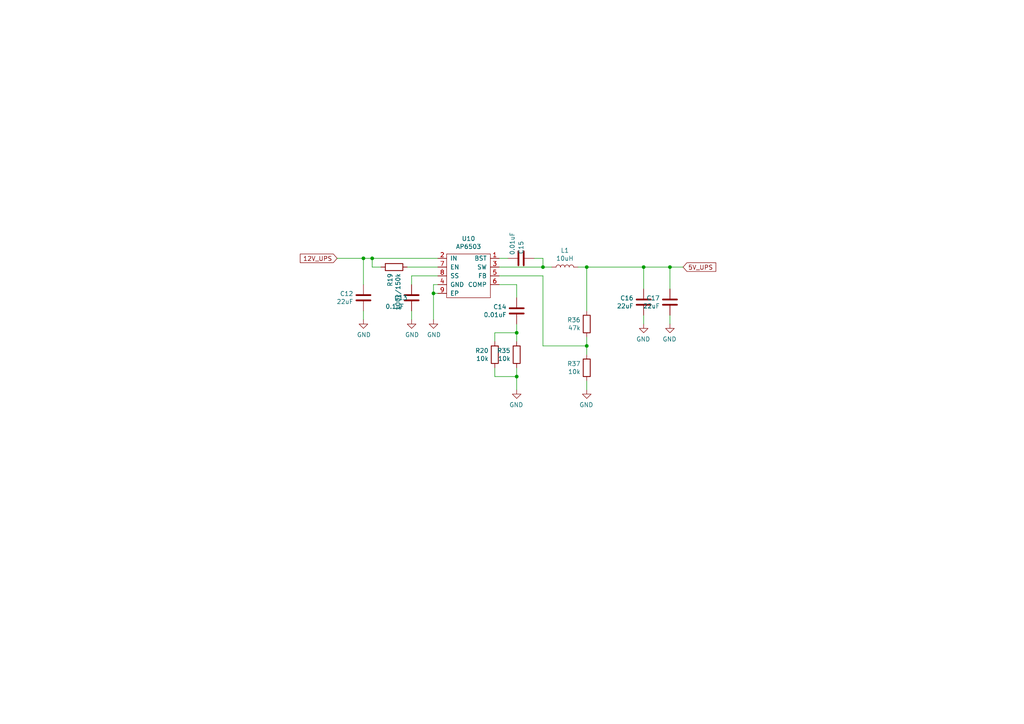
<source format=kicad_sch>
(kicad_sch (version 20211123) (generator eeschema)
  (paper "A4")
  (lib_symbols
    (symbol "Device:C" (pin_numbers hide) (pin_names (offset 0.254))
      (property "Reference" "C" (at 0.635 2.54 0))
      (property "Value" "C" (at 0.635 -2.54 0))
      (symbol "C_0_1"
        (polyline (pts (xy -2.032 -0.762) (xy 2.032 -0.762)) (stroke (width 0.508)))
        (polyline (pts (xy -2.032 0.762) (xy 2.032 0.762)) (stroke (width 0.508)))
      )
      (symbol "C_1_1"
        (pin passive line (at 0 3.81 270) (length 2.794) (name "~") (number "1"))
        (pin passive line (at 0 -3.81 90) (length 2.794) (name "~") (number "2"))
      )
    )
    (symbol "Device:L" (pin_numbers hide) (pin_names (offset 1.016) hide)
      (property "Reference" "L" (at -1.27 0 90))
      (property "Value" "L" (at 1.905 0 90))
      (symbol "L_0_1"
        (arc (start 0 -2.54) (mid 0.635 -1.905) (end 0 -1.27))
        (arc (start 0 -1.27) (mid 0.635 -0.635) (end 0 0))
        (arc (start 0 0) (mid 0.635 0.635) (end 0 1.27))
        (arc (start 0 1.27) (mid 0.635 1.905) (end 0 2.54))
      )
      (symbol "L_1_1"
        (pin passive line (at 0 3.81 270) (length 1.27) (name "1") (number "1"))
        (pin passive line (at 0 -3.81 90) (length 1.27) (name "2") (number "2"))
      )
    )
    (symbol "Device:R" (pin_numbers hide) (pin_names (offset 0))
      (property "Reference" "R" (at 2.032 0 90))
      (property "Value" "R" (at 0 0 90))
      (symbol "R_0_1"
        (rectangle (start -1.016 -2.54) (end 1.016 2.54) (stroke (width 0.254)))
      )
      (symbol "R_1_1"
        (pin passive line (at 0 3.81 270) (length 1.27) (name "~") (number "1"))
        (pin passive line (at 0 -3.81 90) (length 1.27) (name "~") (number "2"))
      )
    )
    (symbol "Ninja-qPCR:AP6503" (pin_names (offset 1.016))
      (property "Reference" "U" (at 0 6.35 0))
      (property "Value" "Ninja-qPCR_AP6503" (at 0 -8.89 0))
      (symbol "AP6503_0_1"
        (rectangle (start -6.35 5.08) (end 6.35 -7.62))
      )
      (symbol "AP6503_1_1"
        (pin input line (at 8.89 3.81 180) (length 2.54) (name "BST") (number "1"))
        (pin input line (at -8.89 3.81 0) (length 2.54) (name "IN") (number "2"))
        (pin input line (at 8.89 1.27 180) (length 2.54) (name "SW") (number "3"))
        (pin input line (at -8.89 -3.81 0) (length 2.54) (name "GND") (number "4"))
        (pin input line (at 8.89 -1.27 180) (length 2.54) (name "FB") (number "5"))
        (pin input line (at 8.89 -3.81 180) (length 2.54) (name "COMP") (number "6"))
        (pin input line (at -8.89 1.27 0) (length 2.54) (name "EN") (number "7"))
        (pin input line (at -8.89 -1.27 0) (length 2.54) (name "SS") (number "8"))
        (pin input line (at -8.89 -6.35 0) (length 2.54) (name "EP") (number "9"))
      )
    )
    (symbol "power:GND" (power) (pin_names (offset 0))
      (property "Value" "GND" (at 0 -3.81 0))
      (symbol "GND_0_1"
        (polyline (pts (xy 0 0) (xy 0 -1.27) (xy 1.27 -1.27) (xy 0 -2.54) (xy -1.27 -1.27) (xy 0 -1.27)))
      )
      (symbol "GND_1_1"
        (pin power_in line (at 0 0 270) (length 0) hide (name "GND") (number "1"))
      )
    )
  )
  (junction (at 125.73 85.09))
  (junction (at 107.95 74.93))
  (junction (at 157.48 77.47))
  (junction (at 194.31 77.47))
  (junction (at 105.41 74.93))
  (junction (at 149.86 96.52))
  (junction (at 170.18 77.47))
  (junction (at 170.18 100.33))
  (junction (at 149.86 109.22))
  (junction (at 186.69 77.47))
  (wire (pts (xy 170.18 77.47) (xy 167.64 77.47)))
  (wire (pts (xy 157.48 100.33) (xy 157.48 80.01)))
  (wire (pts (xy 110.49 77.47) (xy 107.95 77.47)))
  (wire (pts (xy 194.31 93.98) (xy 194.31 91.44)))
  (wire (pts (xy 170.18 113.03) (xy 170.18 110.49)))
  (wire (pts (xy 157.48 74.93) (xy 157.48 77.47)))
  (wire (pts (xy 149.86 109.22) (xy 149.86 113.03)))
  (wire (pts (xy 119.38 80.01) (xy 119.38 82.55)))
  (wire (pts (xy 149.86 82.55) (xy 149.86 86.36)))
  (wire (pts (xy 143.51 99.06) (xy 143.51 96.52)))
  (wire (pts (xy 107.95 77.47) (xy 107.95 74.93)))
  (wire (pts (xy 170.18 102.87) (xy 170.18 100.33)))
  (wire (pts (xy 149.86 106.68) (xy 149.86 109.22)))
  (wire (pts (xy 147.32 74.93) (xy 144.78 74.93)))
  (wire (pts (xy 186.69 77.47) (xy 186.69 83.82)))
  (wire (pts (xy 186.69 93.98) (xy 186.69 91.44)))
  (wire (pts (xy 105.41 74.93) (xy 97.79 74.93)))
  (wire (pts (xy 125.73 82.55) (xy 125.73 85.09)))
  (wire (pts (xy 105.41 74.93) (xy 105.41 82.55)))
  (wire (pts (xy 144.78 80.01) (xy 157.48 80.01)))
  (wire (pts (xy 107.95 74.93) (xy 127 74.93)))
  (wire (pts (xy 127 82.55) (xy 125.73 82.55)))
  (wire (pts (xy 105.41 92.71) (xy 105.41 90.17)))
  (wire (pts (xy 157.48 77.47) (xy 160.02 77.47)))
  (wire (pts (xy 170.18 77.47) (xy 186.69 77.47)))
  (wire (pts (xy 194.31 77.47) (xy 198.12 77.47)))
  (wire (pts (xy 186.69 77.47) (xy 194.31 77.47)))
  (wire (pts (xy 125.73 85.09) (xy 125.73 92.71)))
  (wire (pts (xy 143.51 109.22) (xy 149.86 109.22)))
  (wire (pts (xy 143.51 96.52) (xy 149.86 96.52)))
  (wire (pts (xy 105.41 74.93) (xy 107.95 74.93)))
  (wire (pts (xy 143.51 106.68) (xy 143.51 109.22)))
  (wire (pts (xy 144.78 82.55) (xy 149.86 82.55)))
  (wire (pts (xy 127 85.09) (xy 125.73 85.09)))
  (wire (pts (xy 119.38 92.71) (xy 119.38 90.17)))
  (wire (pts (xy 119.38 80.01) (xy 127 80.01)))
  (wire (pts (xy 149.86 93.98) (xy 149.86 96.52)))
  (wire (pts (xy 154.94 74.93) (xy 157.48 74.93)))
  (wire (pts (xy 170.18 77.47) (xy 170.18 90.17)))
  (wire (pts (xy 170.18 100.33) (xy 170.18 97.79)))
  (wire (pts (xy 118.11 77.47) (xy 127 77.47)))
  (wire (pts (xy 157.48 100.33) (xy 170.18 100.33)))
  (wire (pts (xy 194.31 83.82) (xy 194.31 77.47)))
  (wire (pts (xy 144.78 77.47) (xy 157.48 77.47)))
  (wire (pts (xy 149.86 96.52) (xy 149.86 99.06)))
  (global_label "5V_UPS" (shape input) (at 198.12 77.47 0) (property "Intersheet References" "${INTERSHEET_REFS}" (effects hide)))
  (global_label "12V_UPS" (shape input) (at 97.79 74.93 180) (property "Intersheet References" "${INTERSHEET_REFS}" (effects hide)))
  (symbol (lib_id "Device:L") (at 163.83 77.47 270) (mirror x) (unit 1)
    (property "Reference" "L1" (at 163.83 72.644 90))
    (property "Value" "10uH" (at 163.83 74.9554 90))
    (property "Footprint" "Ninja-qPCR:VLS6045EX-3R3N" (effects hide))
  )
  (symbol (lib_id "power:GND") (at 149.86 113.03 0) (mirror y) (unit 1)
    (property "Reference" "#PWR0108" (effects hide))
    (property "Value" "GND" (at 149.733 117.4242 0))
  )
  (symbol (lib_id "Device:R") (at 149.86 102.87 0) (mirror y) (unit 1)
    (property "Reference" "R35" (at 148.082 101.7016 0) (effects (justify left)))
    (property "Value" "10k" (at 148.082 104.013 0) (effects (justify left)))
    (property "Footprint" "Resistors_SMD:R_0603" (effects hide))
  )
  (symbol (lib_id "Device:C") (at 194.31 87.63 0) (mirror x) (unit 1)
    (property "Reference" "C17" (at 191.389 86.4616 0) (effects (justify right)))
    (property "Value" "22uF" (at 191.389 88.773 0) (effects (justify right)))
    (property "Footprint" "Capacitors_SMD:C_1210" (effects hide))
  )
  (symbol (lib_id "power:GND") (at 105.41 92.71 0) (unit 1)
    (property "Reference" "#PWR0104" (effects hide))
    (property "Value" "GND" (at 105.537 97.1042 0))
  )
  (symbol (lib_id "Device:C") (at 105.41 86.36 0) (mirror x) (unit 1)
    (property "Reference" "C12" (at 102.489 85.1916 0) (effects (justify right)))
    (property "Value" "22uF" (at 102.489 87.503 0) (effects (justify right)))
    (property "Footprint" "Capacitors_SMD:C_1210" (effects hide))
  )
  (symbol (lib_id "power:GND") (at 194.31 93.98 0) (mirror y) (unit 1)
    (property "Reference" "#PWR0113" (effects hide))
    (property "Value" "GND" (at 194.183 98.3742 0))
  )
  (symbol (lib_id "power:GND") (at 170.18 113.03 0) (mirror y) (unit 1)
    (property "Reference" "#PWR0107" (effects hide))
    (property "Value" "GND" (at 170.053 117.4242 0))
  )
  (symbol (lib_id "power:GND") (at 119.38 92.71 0) (unit 1)
    (property "Reference" "#PWR0105" (effects hide))
    (property "Value" "GND" (at 119.507 97.1042 0))
  )
  (symbol (lib_id "Device:R") (at 170.18 106.68 0) (mirror y) (unit 1)
    (property "Reference" "R37" (at 168.402 105.5116 0) (effects (justify left)))
    (property "Value" "10k" (at 168.402 107.823 0) (effects (justify left)))
    (property "Footprint" "Resistors_SMD:R_0603" (effects hide))
  )
  (symbol (lib_id "Device:C") (at 186.69 87.63 0) (mirror x) (unit 1)
    (property "Reference" "C16" (at 183.769 86.4616 0) (effects (justify right)))
    (property "Value" "22uF" (at 183.769 88.773 0) (effects (justify right)))
    (property "Footprint" "Capacitors_SMD:C_1210" (effects hide))
  )
  (symbol (lib_id "Device:R") (at 114.3 77.47 90) (mirror x) (unit 1)
    (property "Reference" "R19" (at 113.1316 79.248 0) (effects (justify left)))
    (property "Value" "100k/150k" (at 115.443 79.248 0) (effects (justify left)))
    (property "Footprint" "Resistors_SMD:R_0603" (effects hide))
  )
  (symbol (lib_id "Device:R") (at 143.51 102.87 0) (mirror y) (unit 1)
    (property "Reference" "R20" (at 141.732 101.7016 0) (effects (justify left)))
    (property "Value" "10k" (at 141.732 104.013 0) (effects (justify left)))
    (property "Footprint" "Resistors_SMD:R_0603" (effects hide))
  )
  (symbol (lib_id "Device:C") (at 119.38 86.36 180) (unit 1)
    (property "Reference" "C13" (at 114.3 86.36 0) (effects (justify right)))
    (property "Value" "0.1uF" (at 111.76 88.9 0) (effects (justify right)))
    (property "Footprint" "Capacitors_SMD:C_0603" (effects hide))
  )
  (symbol (lib_id "Device:R") (at 170.18 93.98 0) (mirror y) (unit 1)
    (property "Reference" "R36" (at 168.402 92.8116 0) (effects (justify left)))
    (property "Value" "47k" (at 168.402 95.123 0) (effects (justify left)))
    (property "Footprint" "Resistors_SMD:R_0603" (effects hide))
  )
  (symbol (lib_id "power:GND") (at 186.69 93.98 0) (mirror y) (unit 1)
    (property "Reference" "#PWR0114" (effects hide))
    (property "Value" "GND" (at 186.563 98.3742 0))
  )
  (symbol (lib_id "Device:C") (at 151.13 74.93 90) (unit 1)
    (property "Reference" "C15" (at 151.13 69.85 0) (effects (justify right)))
    (property "Value" "0.01uF" (at 148.59 67.31 0) (effects (justify right)))
    (property "Footprint" "Capacitors_SMD:C_0603" (effects hide))
  )
  (symbol (lib_id "Device:C") (at 149.86 90.17 0) (mirror x) (unit 1)
    (property "Reference" "C14" (at 146.939 89.0016 0) (effects (justify right)))
    (property "Value" "0.01uF" (at 146.939 91.313 0) (effects (justify right)))
    (property "Footprint" "Capacitors_SMD:C_0603" (effects hide))
  )
  (symbol (lib_id "Ninja-qPCR:AP6503") (at 135.89 78.74 0) (unit 1)
    (property "Reference" "U10" (at 135.89 69.215 0))
    (property "Value" "AP6503" (at 135.89 71.5264 0))
    (property "Footprint" "Ninja-qPCR:AP6503" (effects hide))
  )
  (symbol (lib_id "power:GND") (at 125.73 92.71 0) (unit 1)
    (property "Reference" "#PWR0106" (effects hide))
    (property "Value" "GND" (at 125.857 97.1042 0))
  )
)
</source>
